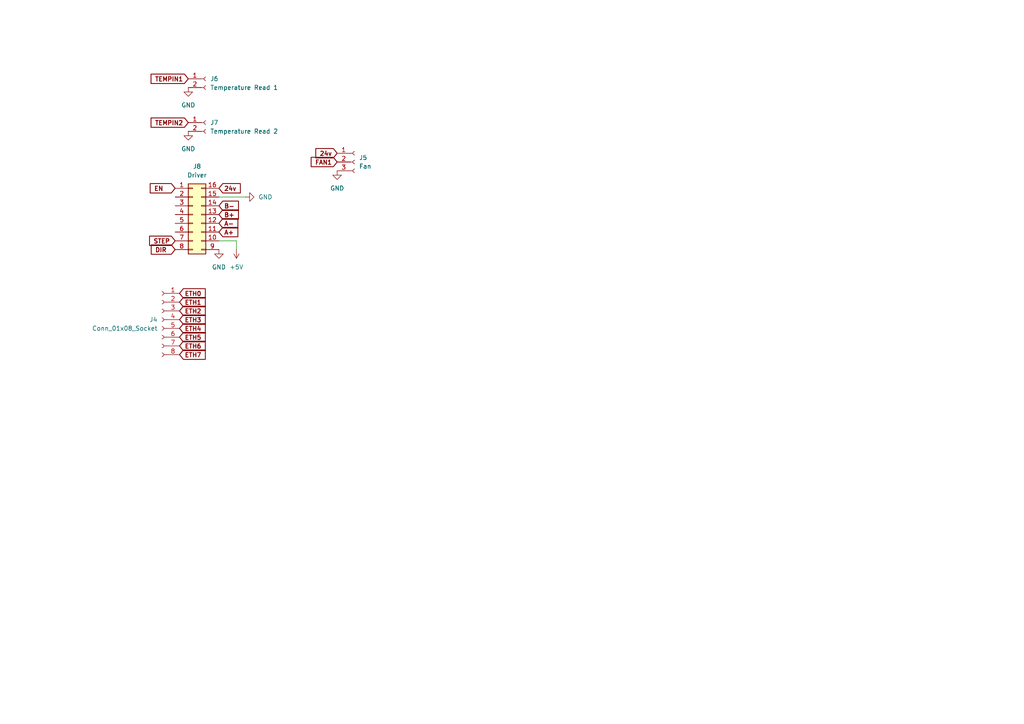
<source format=kicad_sch>
(kicad_sch (version 20230121) (generator eeschema)
  (paper "A4")
  (lib_symbols
    (symbol "Connector:Conn_01x02_Socket" (pin_names (offset 1.016) hide)
      (property "Reference" "J" (at 0 2.54 0))
      (property "Value" "Conn_01x02_Socket" (at 0 -5.08 0))
      (symbol "Conn_01x02_Socket_1_1"
        (arc (start 0 -2.032) (mid -0.5058 -2.54) (end 0 -3.048) (stroke (width 0.1524)))
        (polyline (pts (xy -1.27 -2.54) (xy -0.508 -2.54)) (stroke (width 0.1524)))
        (polyline (pts (xy -1.27 0) (xy -0.508 0)) (stroke (width 0.1524)))
        (arc (start 0 0.508) (mid -0.5058 0) (end 0 -0.508) (stroke (width 0.1524)))
        (pin passive line (at -5.08 0 0) (length 3.81) (name "Pin_1") (number "1"))
        (pin passive line (at -5.08 -2.54 0) (length 3.81) (name "Pin_2") (number "2"))
      )
    )
    (symbol "Connector:Conn_01x03_Socket" (pin_names (offset 1.016) hide)
      (property "Reference" "J" (at 0 5.08 0))
      (property "Value" "Conn_01x03_Socket" (at 0 -5.08 0))
      (symbol "Conn_01x03_Socket_1_1"
        (arc (start 0 -2.032) (mid -0.5058 -2.54) (end 0 -3.048) (stroke (width 0.1524)))
        (polyline (pts (xy -1.27 -2.54) (xy -0.508 -2.54)) (stroke (width 0.1524)))
        (polyline (pts (xy -1.27 0) (xy -0.508 0)) (stroke (width 0.1524)))
        (polyline (pts (xy -1.27 2.54) (xy -0.508 2.54)) (stroke (width 0.1524)))
        (arc (start 0 0.508) (mid -0.5058 0) (end 0 -0.508) (stroke (width 0.1524)))
        (arc (start 0 3.048) (mid -0.5058 2.54) (end 0 2.032) (stroke (width 0.1524)))
        (pin passive line (at -5.08 2.54 0) (length 3.81) (name "Pin_1") (number "1"))
        (pin passive line (at -5.08 0 0) (length 3.81) (name "Pin_2") (number "2"))
        (pin passive line (at -5.08 -2.54 0) (length 3.81) (name "Pin_3") (number "3"))
      )
    )
    (symbol "Connector:Conn_01x08_Socket" (pin_names (offset 1.016) hide)
      (property "Reference" "J" (at 0 10.16 0))
      (property "Value" "Conn_01x08_Socket" (at 0 -12.7 0))
      (symbol "Conn_01x08_Socket_1_1"
        (arc (start 0 -9.652) (mid -0.5058 -10.16) (end 0 -10.668) (stroke (width 0.1524)))
        (arc (start 0 -7.112) (mid -0.5058 -7.62) (end 0 -8.128) (stroke (width 0.1524)))
        (arc (start 0 -4.572) (mid -0.5058 -5.08) (end 0 -5.588) (stroke (width 0.1524)))
        (arc (start 0 -2.032) (mid -0.5058 -2.54) (end 0 -3.048) (stroke (width 0.1524)))
        (polyline (pts (xy -1.27 -10.16) (xy -0.508 -10.16)) (stroke (width 0.1524)))
        (polyline (pts (xy -1.27 -7.62) (xy -0.508 -7.62)) (stroke (width 0.1524)))
        (polyline (pts (xy -1.27 -5.08) (xy -0.508 -5.08)) (stroke (width 0.1524)))
        (polyline (pts (xy -1.27 -2.54) (xy -0.508 -2.54)) (stroke (width 0.1524)))
        (polyline (pts (xy -1.27 0) (xy -0.508 0)) (stroke (width 0.1524)))
        (polyline (pts (xy -1.27 2.54) (xy -0.508 2.54)) (stroke (width 0.1524)))
        (polyline (pts (xy -1.27 5.08) (xy -0.508 5.08)) (stroke (width 0.1524)))
        (polyline (pts (xy -1.27 7.62) (xy -0.508 7.62)) (stroke (width 0.1524)))
        (arc (start 0 0.508) (mid -0.5058 0) (end 0 -0.508) (stroke (width 0.1524)))
        (arc (start 0 3.048) (mid -0.5058 2.54) (end 0 2.032) (stroke (width 0.1524)))
        (arc (start 0 5.588) (mid -0.5058 5.08) (end 0 4.572) (stroke (width 0.1524)))
        (arc (start 0 8.128) (mid -0.5058 7.62) (end 0 7.112) (stroke (width 0.1524)))
        (pin passive line (at -5.08 7.62 0) (length 3.81) (name "Pin_1") (number "1"))
        (pin passive line (at -5.08 5.08 0) (length 3.81) (name "Pin_2") (number "2"))
        (pin passive line (at -5.08 2.54 0) (length 3.81) (name "Pin_3") (number "3"))
        (pin passive line (at -5.08 0 0) (length 3.81) (name "Pin_4") (number "4"))
        (pin passive line (at -5.08 -2.54 0) (length 3.81) (name "Pin_5") (number "5"))
        (pin passive line (at -5.08 -5.08 0) (length 3.81) (name "Pin_6") (number "6"))
        (pin passive line (at -5.08 -7.62 0) (length 3.81) (name "Pin_7") (number "7"))
        (pin passive line (at -5.08 -10.16 0) (length 3.81) (name "Pin_8") (number "8"))
      )
    )
    (symbol "Connector_Generic:Conn_02x08_Counter_Clockwise" (pin_names (offset 1.016) hide)
      (property "Reference" "J" (at 1.27 10.16 0))
      (property "Value" "Conn_02x08_Counter_Clockwise" (at 1.27 -12.7 0))
      (symbol "Conn_02x08_Counter_Clockwise_1_1"
        (rectangle (start -1.27 -10.033) (end 0 -10.287) (stroke (width 0.1524)))
        (rectangle (start -1.27 -7.493) (end 0 -7.747) (stroke (width 0.1524)))
        (rectangle (start -1.27 -4.953) (end 0 -5.207) (stroke (width 0.1524)))
        (rectangle (start -1.27 -2.413) (end 0 -2.667) (stroke (width 0.1524)))
        (rectangle (start -1.27 0.127) (end 0 -0.127) (stroke (width 0.1524)))
        (rectangle (start -1.27 2.667) (end 0 2.413) (stroke (width 0.1524)))
        (rectangle (start -1.27 5.207) (end 0 4.953) (stroke (width 0.1524)))
        (rectangle (start -1.27 7.747) (end 0 7.493) (stroke (width 0.1524)))
        (rectangle (start -1.27 8.89) (end 3.81 -11.43) (stroke (width 0.254)) (fill (type background)))
        (rectangle (start 3.81 -10.033) (end 2.54 -10.287) (stroke (width 0.1524)))
        (rectangle (start 3.81 -7.493) (end 2.54 -7.747) (stroke (width 0.1524)))
        (rectangle (start 3.81 -4.953) (end 2.54 -5.207) (stroke (width 0.1524)))
        (rectangle (start 3.81 -2.413) (end 2.54 -2.667) (stroke (width 0.1524)))
        (rectangle (start 3.81 0.127) (end 2.54 -0.127) (stroke (width 0.1524)))
        (rectangle (start 3.81 2.667) (end 2.54 2.413) (stroke (width 0.1524)))
        (rectangle (start 3.81 5.207) (end 2.54 4.953) (stroke (width 0.1524)))
        (rectangle (start 3.81 7.747) (end 2.54 7.493) (stroke (width 0.1524)))
        (pin passive line (at -5.08 7.62 0) (length 3.81) (name "Pin_1") (number "1"))
        (pin passive line (at 7.62 -7.62 180) (length 3.81) (name "Pin_10") (number "10"))
        (pin passive line (at 7.62 -5.08 180) (length 3.81) (name "Pin_11") (number "11"))
        (pin passive line (at 7.62 -2.54 180) (length 3.81) (name "Pin_12") (number "12"))
        (pin passive line (at 7.62 0 180) (length 3.81) (name "Pin_13") (number "13"))
        (pin passive line (at 7.62 2.54 180) (length 3.81) (name "Pin_14") (number "14"))
        (pin passive line (at 7.62 5.08 180) (length 3.81) (name "Pin_15") (number "15"))
        (pin passive line (at 7.62 7.62 180) (length 3.81) (name "Pin_16") (number "16"))
        (pin passive line (at -5.08 5.08 0) (length 3.81) (name "Pin_2") (number "2"))
        (pin passive line (at -5.08 2.54 0) (length 3.81) (name "Pin_3") (number "3"))
        (pin passive line (at -5.08 0 0) (length 3.81) (name "Pin_4") (number "4"))
        (pin passive line (at -5.08 -2.54 0) (length 3.81) (name "Pin_5") (number "5"))
        (pin passive line (at -5.08 -5.08 0) (length 3.81) (name "Pin_6") (number "6"))
        (pin passive line (at -5.08 -7.62 0) (length 3.81) (name "Pin_7") (number "7"))
        (pin passive line (at -5.08 -10.16 0) (length 3.81) (name "Pin_8") (number "8"))
        (pin passive line (at 7.62 -10.16 180) (length 3.81) (name "Pin_9") (number "9"))
      )
    )
    (symbol "power:+5V" (power) (pin_names (offset 0))
      (property "Value" "+5V" (at 0 3.556 0))
      (symbol "+5V_0_1"
        (polyline (pts (xy -0.762 1.27) (xy 0 2.54)))
        (polyline (pts (xy 0 0) (xy 0 2.54)))
        (polyline (pts (xy 0 2.54) (xy 0.762 1.27)))
      )
      (symbol "+5V_1_1"
        (pin power_in line (at 0 0 90) (length 0) hide (name "+5V") (number "1"))
      )
    )
    (symbol "power:GND" (power) (pin_names (offset 0))
      (property "Value" "GND" (at 0 -3.81 0))
      (symbol "GND_0_1"
        (polyline (pts (xy 0 0) (xy 0 -1.27) (xy 1.27 -1.27) (xy 0 -2.54) (xy -1.27 -1.27) (xy 0 -1.27)))
      )
      (symbol "GND_1_1"
        (pin power_in line (at 0 0 270) (length 0) hide (name "GND") (number "1"))
      )
    )
  )
  (wire (pts (xy 63.5 69.85) (xy 68.58 69.85)))
  (wire (pts (xy 71.12 57.15) (xy 63.5 57.15)))
  (wire (pts (xy 68.58 69.85) (xy 68.58 72.39)))
  (global_label "STEP" (shape input) (at 50.8 69.85 180) (effects (font bold)) (property "Intersheetrefs" "${INTERSHEET_REFS}" (effects hide)))
  (global_label "A-" (shape input) (at 63.5 64.77 0) (effects (font bold)) (property "Intersheetrefs" "${INTERSHEET_REFS}" (effects hide)))
  (global_label "DIR " (shape input) (at 50.8 72.39 180) (effects (font bold)) (property "Intersheetrefs" "${INTERSHEET_REFS}" (effects hide)))
  (global_label "ETH4" (shape input) (at 52.07 95.25 0) (effects (font bold)) (property "Intersheetrefs" "${INTERSHEET_REFS}" (effects hide)))
  (global_label "A+" (shape input) (at 63.5 67.31 0) (effects (font bold)) (property "Intersheetrefs" "${INTERSHEET_REFS}" (effects hide)))
  (global_label "ETH2" (shape input) (at 52.07 90.17 0) (effects (font bold)) (property "Intersheetrefs" "${INTERSHEET_REFS}" (effects hide)))
  (global_label "FAN1" (shape input) (at 97.79 46.99 180) (effects (font bold)) (property "Intersheetrefs" "${INTERSHEET_REFS}" (effects hide)))
  (global_label "TEMPIN1" (shape input) (at 54.61 22.86 180) (effects (font bold)) (property "Intersheetrefs" "${INTERSHEET_REFS}" (effects hide)))
  (global_label "ETH6" (shape input) (at 52.07 100.33 0) (effects (font bold)) (property "Intersheetrefs" "${INTERSHEET_REFS}" (effects hide)))
  (global_label "ETH1" (shape input) (at 52.07 87.63 0) (effects (font bold)) (property "Intersheetrefs" "${INTERSHEET_REFS}" (effects hide)))
  (global_label "ETH5" (shape input) (at 52.07 97.79 0) (effects (font bold)) (property "Intersheetrefs" "${INTERSHEET_REFS}" (effects hide)))
  (global_label "ETH3" (shape input) (at 52.07 92.71 0) (effects (font bold)) (property "Intersheetrefs" "${INTERSHEET_REFS}" (effects hide)))
  (global_label "EN  " (shape input) (at 50.8 54.61 180) (effects (font bold)) (property "Intersheetrefs" "${INTERSHEET_REFS}" (effects hide)))
  (global_label "ETH0" (shape input) (at 52.07 85.09 0) (effects (font bold)) (property "Intersheetrefs" "${INTERSHEET_REFS}" (effects hide)))
  (global_label "ETH7" (shape input) (at 52.07 102.87 0) (effects (font bold)) (property "Intersheetrefs" "${INTERSHEET_REFS}" (effects hide)))
  (global_label "24v" (shape input) (at 97.79 44.45 180) (effects (font bold)) (property "Intersheetrefs" "${INTERSHEET_REFS}" (effects hide)))
  (global_label "B+" (shape input) (at 63.5 62.23 0) (effects (font bold)) (property "Intersheetrefs" "${INTERSHEET_REFS}" (effects hide)))
  (global_label "TEMPIN2" (shape input) (at 54.61 35.56 180) (effects (font bold)) (property "Intersheetrefs" "${INTERSHEET_REFS}" (effects hide)))
  (global_label "B-" (shape input) (at 63.5 59.69 0) (effects (font bold)) (property "Intersheetrefs" "${INTERSHEET_REFS}" (effects hide)))
  (global_label "24v" (shape input) (at 63.5 54.61 0) (effects (font bold)) (property "Intersheetrefs" "${INTERSHEET_REFS}" (effects hide)))
  (symbol (lib_id "Connector_Generic:Conn_02x08_Counter_Clockwise") (at 55.88 62.23 0) (unit 1)
    (property "Reference" "J8" (at 57.15 48.26 0))
    (property "Value" "Driver" (at 57.15 50.8 0))
  )
  (symbol (lib_id "Connector:Conn_01x08_Socket") (at 46.99 92.71 0) (mirror y) (unit 1)
    (property "Reference" "J4" (at 45.72 92.71 0) (effects (justify left)))
    (property "Value" "Conn_01x08_Socket" (at 45.72 95.25 0) (effects (justify left)))
  )
  (symbol (lib_id "power:GND") (at 71.12 57.15 90) (unit 1)
    (property "Reference" "#PWR03" (effects hide))
    (property "Value" "GND" (at 74.93 57.15 90) (effects (justify right)))
    (instances (project "tool_board" (path "" (reference "#PWR03") (unit 1)) (path "" (reference "#PWR018") (unit 1))))
  )
  (symbol (lib_id "power:+5V") (at 68.58 72.39 180) (unit 1)
    (property "Reference" "#PWR01" (effects hide))
    (property "Value" "+5V" (at 68.58 77.47 0))
    (instances (project "tool_board" (path "" (reference "#PWR01") (unit 1)) (path "" (reference "#PWR019") (unit 1))))
  )
  (symbol (lib_id "Connector:Conn_01x03_Socket") (at 102.87 46.99 0) (unit 1)
    (property "Reference" "J5" (at 104.14 45.72 0) (effects (justify left)))
    (property "Value" "Fan" (at 104.14 48.26 0) (effects (justify left)))
  )
  (symbol (lib_id "power:GND") (at 54.61 25.4 0) (unit 1)
    (property "Reference" "#PWR03" (effects hide))
    (property "Value" "GND" (at 54.61 30.48 0))
    (instances (project "tool_board" (path "" (reference "#PWR03") (unit 1)) (path "" (reference "#PWR014") (unit 1))))
  )
  (symbol (lib_id "power:GND") (at 54.61 38.1 0) (unit 1)
    (property "Reference" "#PWR03" (effects hide))
    (property "Value" "GND" (at 54.61 43.18 0))
    (instances (project "tool_board" (path "" (reference "#PWR03") (unit 1)) (path "" (reference "#PWR015") (unit 1))))
  )
  (symbol (lib_id "Connector:Conn_01x02_Socket") (at 59.69 22.86 0) (unit 1)
    (property "Reference" "J6" (at 60.96 22.86 0) (effects (justify left)))
    (property "Value" "Temperature Read 1" (at 60.96 25.4 0) (effects (justify left)))
  )
  (symbol (lib_id "power:GND") (at 97.79 49.53 0) (unit 1)
    (property "Reference" "#PWR03" (effects hide))
    (property "Value" "GND" (at 97.79 54.61 0))
    (instances (project "tool_board" (path "" (reference "#PWR03") (unit 1)) (path "" (reference "#PWR016") (unit 1))))
  )
  (symbol (lib_id "power:GND") (at 63.5 72.39 0) (unit 1)
    (property "Reference" "#PWR03" (effects hide))
    (property "Value" "GND" (at 63.5 77.47 0))
    (instances (project "tool_board" (path "" (reference "#PWR03") (unit 1)) (path "" (reference "#PWR017") (unit 1))))
  )
  (symbol (lib_id "Connector:Conn_01x02_Socket") (at 59.69 35.56 0) (unit 1)
    (property "Reference" "J7" (at 60.96 35.56 0) (effects (justify left)))
    (property "Value" "Temperature Read 2" (at 60.96 38.1 0) (effects (justify left)))
  )
)
</source>
